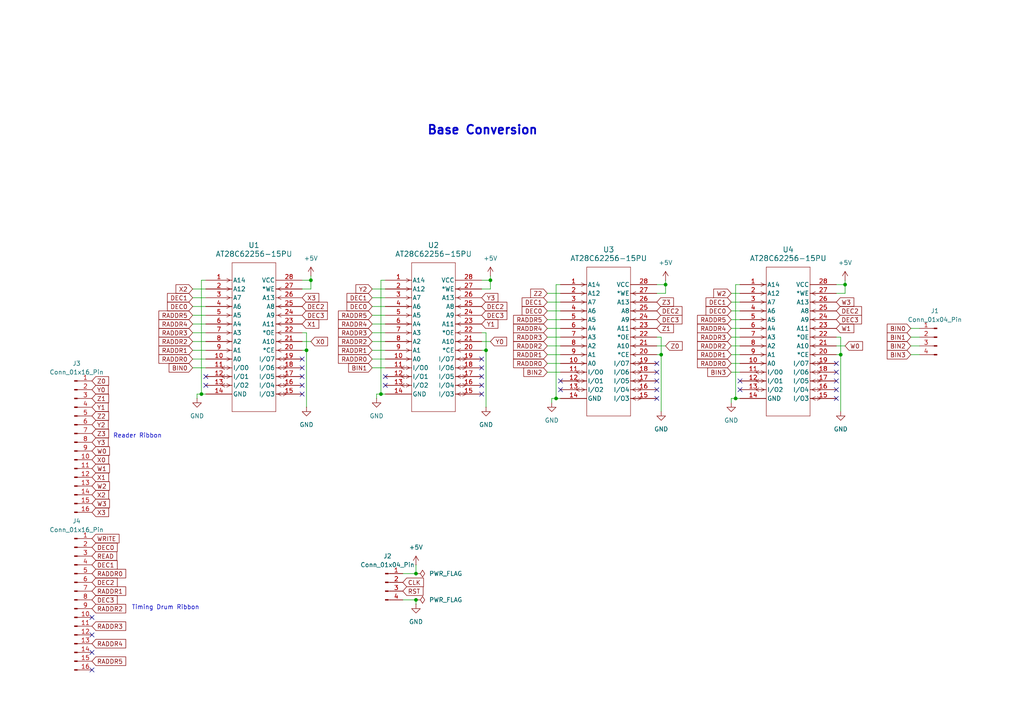
<source format=kicad_sch>
(kicad_sch (version 20231120) (generator "eeschema") (generator_version "8.0")
  (paper "A4")
  (lib_symbols
    (symbol "0_base_conversion:AT28C62256-15PU" (pin_names (offset 0.254))
      (property "Reference" "U" (at 20.32 10.16 0))
      (property "Value" "AT28C62256-15PU" (at 20.32 7.62 0))
      (symbol "AT28C62256-15PU_1_1"
        (polyline (pts (xy 11.8872 -31.0007) (xy 10.8458 -30.48)) (stroke (width 0.127)))
        (polyline (pts (xy 11.8872 -29.9593) (xy 10.8458 -30.48)) (stroke (width 0.127)))
        (polyline (pts (xy 11.8872 -28.4607) (xy 10.8458 -27.94)) (stroke (width 0.127)))
        (polyline (pts (xy 11.8872 -27.4193) (xy 10.8458 -27.94)) (stroke (width 0.127)))
        (polyline (pts (xy 11.8872 -25.9207) (xy 10.8458 -25.4)) (stroke (width 0.127)))
        (polyline (pts (xy 11.8872 -24.8793) (xy 10.8458 -25.4)) (stroke (width 0.127)))
        (polyline (pts (xy 13.4493 -30.48) (xy 12.4079 -31.0007)) (stroke (width 0.127)))
        (polyline (pts (xy 13.4493 -30.48) (xy 12.4079 -29.9593)) (stroke (width 0.127)))
        (polyline (pts (xy 13.4493 -27.94) (xy 12.4079 -28.4607)) (stroke (width 0.127)))
        (polyline (pts (xy 13.4493 -27.94) (xy 12.4079 -27.4193)) (stroke (width 0.127)))
        (polyline (pts (xy 13.4493 -25.4) (xy 12.4079 -25.9207)) (stroke (width 0.127)))
        (polyline (pts (xy 13.4493 -25.4) (xy 12.4079 -24.8793)) (stroke (width 0.127)))
        (polyline (pts (xy 13.4493 -22.86) (xy 12.4079 -23.3807)) (stroke (width 0.127)))
        (polyline (pts (xy 13.4493 -22.86) (xy 12.4079 -22.3393)) (stroke (width 0.127)))
        (polyline (pts (xy 13.4493 -20.32) (xy 12.4079 -20.8407)) (stroke (width 0.127)))
        (polyline (pts (xy 13.4493 -20.32) (xy 12.4079 -19.7993)) (stroke (width 0.127)))
        (polyline (pts (xy 13.4493 -17.78) (xy 12.4079 -18.3007)) (stroke (width 0.127)))
        (polyline (pts (xy 13.4493 -17.78) (xy 12.4079 -17.2593)) (stroke (width 0.127)))
        (polyline (pts (xy 13.4493 -15.24) (xy 12.4079 -15.7607)) (stroke (width 0.127)))
        (polyline (pts (xy 13.4493 -15.24) (xy 12.4079 -14.7193)) (stroke (width 0.127)))
        (polyline (pts (xy 13.4493 -12.7) (xy 12.4079 -13.2207)) (stroke (width 0.127)))
        (polyline (pts (xy 13.4493 -12.7) (xy 12.4079 -12.1793)) (stroke (width 0.127)))
        (polyline (pts (xy 13.4493 -10.16) (xy 12.4079 -10.6807)) (stroke (width 0.127)))
        (polyline (pts (xy 13.4493 -10.16) (xy 12.4079 -9.6393)) (stroke (width 0.127)))
        (polyline (pts (xy 13.4493 -7.62) (xy 12.4079 -8.1407)) (stroke (width 0.127)))
        (polyline (pts (xy 13.4493 -7.62) (xy 12.4079 -7.0993)) (stroke (width 0.127)))
        (polyline (pts (xy 13.4493 -5.08) (xy 12.4079 -5.6007)) (stroke (width 0.127)))
        (polyline (pts (xy 13.4493 -5.08) (xy 12.4079 -4.5593)) (stroke (width 0.127)))
        (polyline (pts (xy 13.4493 -2.54) (xy 12.4079 -3.0607)) (stroke (width 0.127)))
        (polyline (pts (xy 13.4493 -2.54) (xy 12.4079 -2.0193)) (stroke (width 0.127)))
        (polyline (pts (xy 13.462 0) (xy 12.4206 -0.5207)) (stroke (width 0.127)))
        (polyline (pts (xy 13.462 0) (xy 12.4206 0.5207)) (stroke (width 0.127)))
        (polyline (pts (xy 13.97 -38.1) (xy 26.67 -38.1)) (stroke (width 0.127)))
        (polyline (pts (xy 13.97 5.08) (xy 13.97 -38.1)) (stroke (width 0.127)))
        (polyline (pts (xy 26.67 -38.1) (xy 26.67 5.08)) (stroke (width 0.127)))
        (polyline (pts (xy 26.67 5.08) (xy 13.97 5.08)) (stroke (width 0.127)))
        (polyline (pts (xy 27.178 -5.08) (xy 28.2194 -5.6007)) (stroke (width 0.127)))
        (polyline (pts (xy 27.178 -5.08) (xy 28.2194 -4.5593)) (stroke (width 0.127)))
        (polyline (pts (xy 27.1907 -33.02) (xy 28.2321 -33.5407)) (stroke (width 0.127)))
        (polyline (pts (xy 27.1907 -33.02) (xy 28.2321 -32.4993)) (stroke (width 0.127)))
        (polyline (pts (xy 27.1907 -30.48) (xy 28.2321 -31.0007)) (stroke (width 0.127)))
        (polyline (pts (xy 27.1907 -30.48) (xy 28.2321 -29.9593)) (stroke (width 0.127)))
        (polyline (pts (xy 27.1907 -27.94) (xy 28.2321 -28.4607)) (stroke (width 0.127)))
        (polyline (pts (xy 27.1907 -27.94) (xy 28.2321 -27.4193)) (stroke (width 0.127)))
        (polyline (pts (xy 27.1907 -25.4) (xy 28.2321 -25.9207)) (stroke (width 0.127)))
        (polyline (pts (xy 27.1907 -25.4) (xy 28.2321 -24.8793)) (stroke (width 0.127)))
        (polyline (pts (xy 27.1907 -22.86) (xy 28.2321 -23.3807)) (stroke (width 0.127)))
        (polyline (pts (xy 27.1907 -22.86) (xy 28.2321 -22.3393)) (stroke (width 0.127)))
        (polyline (pts (xy 27.1907 -20.32) (xy 28.2321 -20.8407)) (stroke (width 0.127)))
        (polyline (pts (xy 27.1907 -20.32) (xy 28.2321 -19.7993)) (stroke (width 0.127)))
        (polyline (pts (xy 27.1907 -17.78) (xy 28.2321 -18.3007)) (stroke (width 0.127)))
        (polyline (pts (xy 27.1907 -17.78) (xy 28.2321 -17.2593)) (stroke (width 0.127)))
        (polyline (pts (xy 27.1907 -15.24) (xy 28.2321 -15.7607)) (stroke (width 0.127)))
        (polyline (pts (xy 27.1907 -15.24) (xy 28.2321 -14.7193)) (stroke (width 0.127)))
        (polyline (pts (xy 27.1907 -12.7) (xy 28.2321 -13.2207)) (stroke (width 0.127)))
        (polyline (pts (xy 27.1907 -12.7) (xy 28.2321 -12.1793)) (stroke (width 0.127)))
        (polyline (pts (xy 27.1907 -10.16) (xy 28.2321 -10.6807)) (stroke (width 0.127)))
        (polyline (pts (xy 27.1907 -10.16) (xy 28.2321 -9.6393)) (stroke (width 0.127)))
        (polyline (pts (xy 27.1907 -7.62) (xy 28.2321 -8.1407)) (stroke (width 0.127)))
        (polyline (pts (xy 27.1907 -7.62) (xy 28.2321 -7.0993)) (stroke (width 0.127)))
        (polyline (pts (xy 27.1907 -2.54) (xy 28.2321 -3.0607)) (stroke (width 0.127)))
        (polyline (pts (xy 27.1907 -2.54) (xy 28.2321 -2.0193)) (stroke (width 0.127)))
        (polyline (pts (xy 28.7528 -33.5407) (xy 29.7942 -33.02)) (stroke (width 0.127)))
        (polyline (pts (xy 28.7528 -32.4993) (xy 29.7942 -33.02)) (stroke (width 0.127)))
        (polyline (pts (xy 28.7528 -31.0007) (xy 29.7942 -30.48)) (stroke (width 0.127)))
        (polyline (pts (xy 28.7528 -29.9593) (xy 29.7942 -30.48)) (stroke (width 0.127)))
        (polyline (pts (xy 28.7528 -28.4607) (xy 29.7942 -27.94)) (stroke (width 0.127)))
        (polyline (pts (xy 28.7528 -27.4193) (xy 29.7942 -27.94)) (stroke (width 0.127)))
        (polyline (pts (xy 28.7528 -25.9207) (xy 29.7942 -25.4)) (stroke (width 0.127)))
        (polyline (pts (xy 28.7528 -24.8793) (xy 29.7942 -25.4)) (stroke (width 0.127)))
        (polyline (pts (xy 28.7528 -23.3807) (xy 29.7942 -22.86)) (stroke (width 0.127)))
        (polyline (pts (xy 28.7528 -22.3393) (xy 29.7942 -22.86)) (stroke (width 0.127)))
        (pin input line (at 6.35 0 0) (length 7.62) (name "A14") (number "1"))
        (pin input line (at 6.35 -22.86 0) (length 7.62) (name "A0") (number "10"))
        (pin bidirectional line (at 6.35 -25.4 0) (length 7.62) (name "I/O0") (number "11"))
        (pin bidirectional line (at 6.35 -27.94 0) (length 7.62) (name "I/O1") (number "12"))
        (pin bidirectional line (at 6.35 -30.48 0) (length 7.62) (name "I/O2") (number "13"))
        (pin power_in line (at 6.35 -33.02 0) (length 7.62) (name "GND") (number "14"))
        (pin bidirectional line (at 34.29 -33.02 180) (length 7.62) (name "I/O3") (number "15"))
        (pin bidirectional line (at 34.29 -30.48 180) (length 7.62) (name "I/O4") (number "16"))
        (pin bidirectional line (at 34.29 -27.94 180) (length 7.62) (name "I/O5") (number "17"))
        (pin bidirectional line (at 34.29 -25.4 180) (length 7.62) (name "I/O6") (number "18"))
        (pin bidirectional line (at 34.29 -22.86 180) (length 7.62) (name "I/O7") (number "19"))
        (pin input line (at 6.35 -2.54 0) (length 7.62) (name "A12") (number "2"))
        (pin input line (at 34.29 -20.32 180) (length 7.62) (name "*CE") (number "20"))
        (pin input line (at 34.29 -17.78 180) (length 7.62) (name "A10") (number "21"))
        (pin input line (at 34.29 -15.24 180) (length 7.62) (name "*OE") (number "22"))
        (pin input line (at 34.29 -12.7 180) (length 7.62) (name "A11") (number "23"))
        (pin input line (at 34.29 -10.16 180) (length 7.62) (name "A9") (number "24"))
        (pin input line (at 34.29 -7.62 180) (length 7.62) (name "A8") (number "25"))
        (pin input line (at 34.29 -5.08 180) (length 7.62) (name "A13") (number "26"))
        (pin input line (at 34.29 -2.54 180) (length 7.62) (name "*WE") (number "27"))
        (pin power_in line (at 34.29 0 180) (length 7.62) (name "VCC") (number "28"))
        (pin input line (at 6.35 -5.08 0) (length 7.62) (name "A7") (number "3"))
        (pin input line (at 6.35 -7.62 0) (length 7.62) (name "A6") (number "4"))
        (pin input line (at 6.35 -10.16 0) (length 7.62) (name "A5") (number "5"))
        (pin input line (at 6.35 -12.7 0) (length 7.62) (name "A4") (number "6"))
        (pin input line (at 6.35 -15.24 0) (length 7.62) (name "A3") (number "7"))
        (pin input line (at 6.35 -17.78 0) (length 7.62) (name "A2") (number "8"))
        (pin input line (at 6.35 -20.32 0) (length 7.62) (name "A1") (number "9"))
      )
    )
    (symbol "Connector:Conn_01x04_Pin" (pin_names (offset 1.016) hide)
      (property "Reference" "J" (at 0 5.08 0))
      (property "Value" "Conn_01x04_Pin" (at 0 -7.62 0))
      (symbol "Conn_01x04_Pin_1_1"
        (polyline (pts (xy 1.27 -5.08) (xy 0.8636 -5.08)) (stroke (width 0.1524)))
        (polyline (pts (xy 1.27 -2.54) (xy 0.8636 -2.54)) (stroke (width 0.1524)))
        (polyline (pts (xy 1.27 0) (xy 0.8636 0)) (stroke (width 0.1524)))
        (polyline (pts (xy 1.27 2.54) (xy 0.8636 2.54)) (stroke (width 0.1524)))
        (rectangle (start 0.8636 -4.953) (end 0 -5.207) (stroke (width 0.1524)) (fill (type outline)))
        (rectangle (start 0.8636 -2.413) (end 0 -2.667) (stroke (width 0.1524)) (fill (type outline)))
        (rectangle (start 0.8636 0.127) (end 0 -0.127) (stroke (width 0.1524)) (fill (type outline)))
        (rectangle (start 0.8636 2.667) (end 0 2.413) (stroke (width 0.1524)) (fill (type outline)))
        (pin passive line (at 5.08 2.54 180) (length 3.81) (name "Pin_1") (number "1"))
        (pin passive line (at 5.08 0 180) (length 3.81) (name "Pin_2") (number "2"))
        (pin passive line (at 5.08 -2.54 180) (length 3.81) (name "Pin_3") (number "3"))
        (pin passive line (at 5.08 -5.08 180) (length 3.81) (name "Pin_4") (number "4"))
      )
    )
    (symbol "Connector:Conn_01x16_Pin" (pin_names (offset 1.016) hide)
      (property "Reference" "J" (at 0 20.32 0))
      (property "Value" "Conn_01x16_Pin" (at 0 -22.86 0))
      (symbol "Conn_01x16_Pin_1_1"
        (polyline (pts (xy 1.27 -20.32) (xy 0.8636 -20.32)) (stroke (width 0.1524)))
        (polyline (pts (xy 1.27 -17.78) (xy 0.8636 -17.78)) (stroke (width 0.1524)))
        (polyline (pts (xy 1.27 -15.24) (xy 0.8636 -15.24)) (stroke (width 0.1524)))
        (polyline (pts (xy 1.27 -12.7) (xy 0.8636 -12.7)) (stroke (width 0.1524)))
        (polyline (pts (xy 1.27 -10.16) (xy 0.8636 -10.16)) (stroke (width 0.1524)))
        (polyline (pts (xy 1.27 -7.62) (xy 0.8636 -7.62)) (stroke (width 0.1524)))
        (polyline (pts (xy 1.27 -5.08) (xy 0.8636 -5.08)) (stroke (width 0.1524)))
        (polyline (pts (xy 1.27 -2.54) (xy 0.8636 -2.54)) (stroke (width 0.1524)))
        (polyline (pts (xy 1.27 0) (xy 0.8636 0)) (stroke (width 0.1524)))
        (polyline (pts (xy 1.27 2.54) (xy 0.8636 2.54)) (stroke (width 0.1524)))
        (polyline (pts (xy 1.27 5.08) (xy 0.8636 5.08)) (stroke (width 0.1524)))
        (polyline (pts (xy 1.27 7.62) (xy 0.8636 7.62)) (stroke (width 0.1524)))
        (polyline (pts (xy 1.27 10.16) (xy 0.8636 10.16)) (stroke (width 0.1524)))
        (polyline (pts (xy 1.27 12.7) (xy 0.8636 12.7)) (stroke (width 0.1524)))
        (polyline (pts (xy 1.27 15.24) (xy 0.8636 15.24)) (stroke (width 0.1524)))
        (polyline (pts (xy 1.27 17.78) (xy 0.8636 17.78)) (stroke (width 0.1524)))
        (rectangle (start 0.8636 -20.193) (end 0 -20.447) (stroke (width 0.1524)) (fill (type outline)))
        (rectangle (start 0.8636 -17.653) (end 0 -17.907) (stroke (width 0.1524)) (fill (type outline)))
        (rectangle (start 0.8636 -15.113) (end 0 -15.367) (stroke (width 0.1524)) (fill (type outline)))
        (rectangle (start 0.8636 -12.573) (end 0 -12.827) (stroke (width 0.1524)) (fill (type outline)))
        (rectangle (start 0.8636 -10.033) (end 0 -10.287) (stroke (width 0.1524)) (fill (type outline)))
        (rectangle (start 0.8636 -7.493) (end 0 -7.747) (stroke (width 0.1524)) (fill (type outline)))
        (rectangle (start 0.8636 -4.953) (end 0 -5.207) (stroke (width 0.1524)) (fill (type outline)))
        (rectangle (start 0.8636 -2.413) (end 0 -2.667) (stroke (width 0.1524)) (fill (type outline)))
        (rectangle (start 0.8636 0.127) (end 0 -0.127) (stroke (width 0.1524)) (fill (type outline)))
        (rectangle (start 0.8636 2.667) (end 0 2.413) (stroke (width 0.1524)) (fill (type outline)))
        (rectangle (start 0.8636 5.207) (end 0 4.953) (stroke (width 0.1524)) (fill (type outline)))
        (rectangle (start 0.8636 7.747) (end 0 7.493) (stroke (width 0.1524)) (fill (type outline)))
        (rectangle (start 0.8636 10.287) (end 0 10.033) (stroke (width 0.1524)) (fill (type outline)))
        (rectangle (start 0.8636 12.827) (end 0 12.573) (stroke (width 0.1524)) (fill (type outline)))
        (rectangle (start 0.8636 15.367) (end 0 15.113) (stroke (width 0.1524)) (fill (type outline)))
        (rectangle (start 0.8636 17.907) (end 0 17.653) (stroke (width 0.1524)) (fill (type outline)))
        (pin passive line (at 5.08 17.78 180) (length 3.81) (name "Pin_1") (number "1"))
        (pin passive line (at 5.08 -5.08 180) (length 3.81) (name "Pin_10") (number "10"))
        (pin passive line (at 5.08 -7.62 180) (length 3.81) (name "Pin_11") (number "11"))
        (pin passive line (at 5.08 -10.16 180) (length 3.81) (name "Pin_12") (number "12"))
        (pin passive line (at 5.08 -12.7 180) (length 3.81) (name "Pin_13") (number "13"))
        (pin passive line (at 5.08 -15.24 180) (length 3.81) (name "Pin_14") (number "14"))
        (pin passive line (at 5.08 -17.78 180) (length 3.81) (name "Pin_15") (number "15"))
        (pin passive line (at 5.08 -20.32 180) (length 3.81) (name "Pin_16") (number "16"))
        (pin passive line (at 5.08 15.24 180) (length 3.81) (name "Pin_2") (number "2"))
        (pin passive line (at 5.08 12.7 180) (length 3.81) (name "Pin_3") (number "3"))
        (pin passive line (at 5.08 10.16 180) (length 3.81) (name "Pin_4") (number "4"))
        (pin passive line (at 5.08 7.62 180) (length 3.81) (name "Pin_5") (number "5"))
        (pin passive line (at 5.08 5.08 180) (length 3.81) (name "Pin_6") (number "6"))
        (pin passive line (at 5.08 2.54 180) (length 3.81) (name "Pin_7") (number "7"))
        (pin passive line (at 5.08 0 180) (length 3.81) (name "Pin_8") (number "8"))
        (pin passive line (at 5.08 -2.54 180) (length 3.81) (name "Pin_9") (number "9"))
      )
    )
    (symbol "power:+5V" (power) (pin_numbers hide) (pin_names (offset 0) hide)
      (property "Value" "+5V" (at 0 3.556 0))
      (symbol "+5V_0_1"
        (polyline (pts (xy -0.762 1.27) (xy 0 2.54)))
        (polyline (pts (xy 0 0) (xy 0 2.54)))
        (polyline (pts (xy 0 2.54) (xy 0.762 1.27)))
      )
      (symbol "+5V_1_1"
        (pin power_in line (at 0 0 90) (length 0) (name "~") (number "1"))
      )
    )
    (symbol "power:GND" (power) (pin_numbers hide) (pin_names (offset 0) hide)
      (property "Value" "GND" (at 0 -3.81 0))
      (symbol "GND_0_1"
        (polyline (pts (xy 0 0) (xy 0 -1.27) (xy 1.27 -1.27) (xy 0 -2.54) (xy -1.27 -1.27) (xy 0 -1.27)))
      )
      (symbol "GND_1_1"
        (pin power_in line (at 0 0 270) (length 0) (name "~") (number "1"))
      )
    )
    (symbol "power:PWR_FLAG" (power) (pin_numbers hide) (pin_names (offset 0) hide)
      (property "Value" "PWR_FLAG" (at 0 3.81 0))
      (symbol "PWR_FLAG_0_0"
        (pin power_out line (at 0 0 90) (length 0) (name "~") (number "1"))
      )
      (symbol "PWR_FLAG_0_1"
        (polyline (pts (xy 0 0) (xy 0 1.27) (xy -1.016 1.905) (xy 0 2.54) (xy 1.016 1.905) (xy 0 1.27)))
      )
    )
  )
  (junction (at 161.29 115.57))
  (junction (at 191.77 102.87))
  (junction (at 58.42 114.3))
  (junction (at 213.36 115.57))
  (junction (at 142.24 81.28))
  (junction (at 120.65 173.99))
  (junction (at 88.9 101.6))
  (junction (at 193.04 82.55))
  (junction (at 245.11 82.55))
  (junction (at 140.97 101.6))
  (junction (at 110.49 114.3))
  (junction (at 120.65 166.37))
  (junction (at 243.84 102.87))
  (junction (at 90.17 81.28))
  (no_connect (at 26.67 184.15))
  (no_connect (at 26.67 194.31))
  (no_connect (at 242.57 113.03))
  (no_connect (at 59.69 109.22))
  (no_connect (at 242.57 110.49))
  (no_connect (at 190.5 105.41))
  (no_connect (at 162.56 113.03))
  (no_connect (at 139.7 106.68))
  (no_connect (at 26.67 189.23))
  (no_connect (at 139.7 104.14))
  (no_connect (at 87.63 106.68))
  (no_connect (at 87.63 109.22))
  (no_connect (at 139.7 109.22))
  (no_connect (at 214.63 113.03))
  (no_connect (at 87.63 104.14))
  (no_connect (at 111.76 111.76))
  (no_connect (at 190.5 110.49))
  (no_connect (at 26.67 179.07))
  (no_connect (at 242.57 115.57))
  (no_connect (at 59.69 111.76))
  (no_connect (at 87.63 114.3))
  (no_connect (at 214.63 110.49))
  (no_connect (at 190.5 113.03))
  (no_connect (at 111.76 109.22))
  (no_connect (at 242.57 105.41))
  (no_connect (at 190.5 107.95))
  (no_connect (at 162.56 110.49))
  (no_connect (at 242.57 107.95))
  (no_connect (at 139.7 111.76))
  (no_connect (at 139.7 114.3))
  (no_connect (at 87.63 111.76))
  (no_connect (at 190.5 115.57))
  (wire (pts (xy 158.75 90.17) (xy 162.56 90.17)))
  (wire (pts (xy 90.17 83.82) (xy 90.17 81.28)))
  (wire (pts (xy 107.95 104.14) (xy 111.76 104.14)))
  (wire (pts (xy 212.09 95.25) (xy 214.63 95.25)))
  (wire (pts (xy 55.88 93.98) (xy 59.69 93.98)))
  (wire (pts (xy 55.88 91.44) (xy 59.69 91.44)))
  (wire (pts (xy 190.5 85.09) (xy 193.04 85.09)))
  (wire (pts (xy 242.57 82.55) (xy 245.11 82.55)))
  (wire (pts (xy 245.11 82.55) (xy 245.11 81.28)))
  (wire (pts (xy 213.36 82.55) (xy 213.36 115.57)))
  (wire (pts (xy 140.97 96.52) (xy 140.97 101.6)))
  (wire (pts (xy 212.09 87.63) (xy 214.63 87.63)))
  (wire (pts (xy 109.22 114.3) (xy 109.22 115.57)))
  (wire (pts (xy 213.36 115.57) (xy 212.09 115.57)))
  (wire (pts (xy 57.15 114.3) (xy 57.15 115.57)))
  (wire (pts (xy 107.95 86.36) (xy 111.76 86.36)))
  (wire (pts (xy 55.88 104.14) (xy 59.69 104.14)))
  (wire (pts (xy 87.63 96.52) (xy 88.9 96.52)))
  (wire (pts (xy 242.57 85.09) (xy 245.11 85.09)))
  (wire (pts (xy 212.09 115.57) (xy 212.09 116.84)))
  (wire (pts (xy 243.84 97.79) (xy 243.84 102.87)))
  (wire (pts (xy 107.95 88.9) (xy 111.76 88.9)))
  (wire (pts (xy 212.09 102.87) (xy 214.63 102.87)))
  (wire (pts (xy 190.5 82.55) (xy 193.04 82.55)))
  (wire (pts (xy 142.24 99.06) (xy 139.7 99.06)))
  (wire (pts (xy 243.84 102.87) (xy 242.57 102.87)))
  (wire (pts (xy 162.56 82.55) (xy 161.29 82.55)))
  (wire (pts (xy 158.75 102.87) (xy 162.56 102.87)))
  (wire (pts (xy 90.17 99.06) (xy 87.63 99.06)))
  (wire (pts (xy 242.57 97.79) (xy 243.84 97.79)))
  (wire (pts (xy 107.95 101.6) (xy 111.76 101.6)))
  (wire (pts (xy 214.63 115.57) (xy 213.36 115.57)))
  (wire (pts (xy 245.11 85.09) (xy 245.11 82.55)))
  (wire (pts (xy 266.7 102.87) (xy 264.16 102.87)))
  (wire (pts (xy 142.24 83.82) (xy 142.24 81.28)))
  (wire (pts (xy 158.75 100.33) (xy 162.56 100.33)))
  (wire (pts (xy 59.69 114.3) (xy 58.42 114.3)))
  (wire (pts (xy 111.76 81.28) (xy 110.49 81.28)))
  (wire (pts (xy 120.65 175.26) (xy 120.65 173.99)))
  (wire (pts (xy 162.56 115.57) (xy 161.29 115.57)))
  (wire (pts (xy 212.09 90.17) (xy 214.63 90.17)))
  (wire (pts (xy 158.75 95.25) (xy 162.56 95.25)))
  (wire (pts (xy 139.7 96.52) (xy 140.97 96.52)))
  (wire (pts (xy 90.17 81.28) (xy 90.17 80.01)))
  (wire (pts (xy 161.29 115.57) (xy 160.02 115.57)))
  (wire (pts (xy 212.09 97.79) (xy 214.63 97.79)))
  (wire (pts (xy 111.76 114.3) (xy 110.49 114.3)))
  (wire (pts (xy 107.95 99.06) (xy 111.76 99.06)))
  (wire (pts (xy 191.77 97.79) (xy 191.77 102.87)))
  (wire (pts (xy 193.04 100.33) (xy 190.5 100.33)))
  (wire (pts (xy 55.88 86.36) (xy 59.69 86.36)))
  (wire (pts (xy 107.95 91.44) (xy 111.76 91.44)))
  (wire (pts (xy 212.09 85.09) (xy 214.63 85.09)))
  (wire (pts (xy 55.88 88.9) (xy 59.69 88.9)))
  (wire (pts (xy 87.63 81.28) (xy 90.17 81.28)))
  (wire (pts (xy 107.95 106.68) (xy 111.76 106.68)))
  (wire (pts (xy 142.24 81.28) (xy 142.24 80.01)))
  (wire (pts (xy 212.09 107.95) (xy 214.63 107.95)))
  (wire (pts (xy 214.63 82.55) (xy 213.36 82.55)))
  (wire (pts (xy 158.75 107.95) (xy 162.56 107.95)))
  (wire (pts (xy 140.97 101.6) (xy 139.7 101.6)))
  (wire (pts (xy 116.84 166.37) (xy 120.65 166.37)))
  (wire (pts (xy 110.49 81.28) (xy 110.49 114.3)))
  (wire (pts (xy 266.7 95.25) (xy 264.16 95.25)))
  (wire (pts (xy 266.7 97.79) (xy 264.16 97.79)))
  (wire (pts (xy 190.5 97.79) (xy 191.77 97.79)))
  (wire (pts (xy 116.84 173.99) (xy 120.65 173.99)))
  (wire (pts (xy 212.09 92.71) (xy 214.63 92.71)))
  (wire (pts (xy 88.9 101.6) (xy 87.63 101.6)))
  (wire (pts (xy 87.63 83.82) (xy 90.17 83.82)))
  (wire (pts (xy 55.88 96.52) (xy 59.69 96.52)))
  (wire (pts (xy 243.84 102.87) (xy 243.84 119.38)))
  (wire (pts (xy 107.95 93.98) (xy 111.76 93.98)))
  (wire (pts (xy 55.88 106.68) (xy 59.69 106.68)))
  (wire (pts (xy 191.77 102.87) (xy 191.77 119.38)))
  (wire (pts (xy 88.9 96.52) (xy 88.9 101.6)))
  (wire (pts (xy 55.88 101.6) (xy 59.69 101.6)))
  (wire (pts (xy 110.49 114.3) (xy 109.22 114.3)))
  (wire (pts (xy 212.09 105.41) (xy 214.63 105.41)))
  (wire (pts (xy 191.77 102.87) (xy 190.5 102.87)))
  (wire (pts (xy 266.7 100.33) (xy 264.16 100.33)))
  (wire (pts (xy 139.7 83.82) (xy 142.24 83.82)))
  (wire (pts (xy 58.42 81.28) (xy 58.42 114.3)))
  (wire (pts (xy 88.9 101.6) (xy 88.9 118.11)))
  (wire (pts (xy 158.75 92.71) (xy 162.56 92.71)))
  (wire (pts (xy 107.95 96.52) (xy 111.76 96.52)))
  (wire (pts (xy 160.02 115.57) (xy 160.02 116.84)))
  (wire (pts (xy 158.75 85.09) (xy 162.56 85.09)))
  (wire (pts (xy 193.04 82.55) (xy 193.04 81.28)))
  (wire (pts (xy 59.69 81.28) (xy 58.42 81.28)))
  (wire (pts (xy 161.29 82.55) (xy 161.29 115.57)))
  (wire (pts (xy 245.11 100.33) (xy 242.57 100.33)))
  (wire (pts (xy 55.88 99.06) (xy 59.69 99.06)))
  (wire (pts (xy 212.09 100.33) (xy 214.63 100.33)))
  (wire (pts (xy 139.7 81.28) (xy 142.24 81.28)))
  (wire (pts (xy 140.97 101.6) (xy 140.97 118.11)))
  (wire (pts (xy 58.42 114.3) (xy 57.15 114.3)))
  (wire (pts (xy 120.65 163.83) (xy 120.65 166.37)))
  (wire (pts (xy 55.88 83.82) (xy 59.69 83.82)))
  (wire (pts (xy 158.75 97.79) (xy 162.56 97.79)))
  (wire (pts (xy 158.75 105.41) (xy 162.56 105.41)))
  (wire (pts (xy 107.95 83.82) (xy 111.76 83.82)))
  (wire (pts (xy 158.75 87.63) (xy 162.56 87.63)))
  (wire (pts (xy 193.04 85.09) (xy 193.04 82.55)))
  (text "Reader Ribbon" (at 39.878 126.492 0) (effects (font (size 1.27 1.27))))
  (text "Timing Drum Ribbon" (at 48.006 176.276 0) (effects (font (size 1.27 1.27))))
  (text "Base Conversion" (at 139.954 37.846 0) (effects (font (size 2.54 2.54) (thickness 0.508) (bold yes))))
  (global_label "RADDR1" (shape input) (at 158.75 102.87 180) (property "Intersheetrefs" "${INTERSHEET_REFS}" (effects (hide yes))))
  (global_label "WRITE" (shape input) (at 26.67 156.21 0) (property "Intersheetrefs" "${INTERSHEET_REFS}" (effects (hide yes))))
  (global_label "BIN0" (shape input) (at 264.16 95.25 180) (property "Intersheetrefs" "${INTERSHEET_REFS}" (effects (hide yes))))
  (global_label "DEC0" (shape input) (at 158.75 90.17 180) (property "Intersheetrefs" "${INTERSHEET_REFS}" (effects (hide yes))))
  (global_label "Z2" (shape input) (at 26.67 120.65 0) (property "Intersheetrefs" "${INTERSHEET_REFS}" (effects (hide yes))))
  (global_label "X2" (shape input) (at 26.67 143.51 0) (property "Intersheetrefs" "${INTERSHEET_REFS}" (effects (hide yes))))
  (global_label "DEC0" (shape input) (at 107.95 88.9 180) (property "Intersheetrefs" "${INTERSHEET_REFS}" (effects (hide yes))))
  (global_label "RADDR4" (shape input) (at 212.09 95.25 180) (property "Intersheetrefs" "${INTERSHEET_REFS}" (effects (hide yes))))
  (global_label "DEC1" (shape input) (at 26.67 163.83 0) (property "Intersheetrefs" "${INTERSHEET_REFS}" (effects (hide yes))))
  (global_label "X0" (shape input) (at 90.17 99.06 0) (property "Intersheetrefs" "${INTERSHEET_REFS}" (effects (hide yes))))
  (global_label "Y2" (shape input) (at 26.67 123.19 0) (property "Intersheetrefs" "${INTERSHEET_REFS}" (effects (hide yes))))
  (global_label "Y0" (shape input) (at 142.24 99.06 0) (property "Intersheetrefs" "${INTERSHEET_REFS}" (effects (hide yes))))
  (global_label "RADDR2" (shape input) (at 212.09 100.33 180) (property "Intersheetrefs" "${INTERSHEET_REFS}" (effects (hide yes))))
  (global_label "Y0" (shape input) (at 26.67 113.03 0) (property "Intersheetrefs" "${INTERSHEET_REFS}" (effects (hide yes))))
  (global_label "BIN1" (shape input) (at 264.16 97.79 180) (property "Intersheetrefs" "${INTERSHEET_REFS}" (effects (hide yes))))
  (global_label "RST" (shape input) (at 116.84 171.45 0) (property "Intersheetrefs" "${INTERSHEET_REFS}" (effects (hide yes))))
  (global_label "DEC3" (shape input) (at 87.63 91.44 0) (property "Intersheetrefs" "${INTERSHEET_REFS}" (effects (hide yes))))
  (global_label "RADDR0" (shape input) (at 107.95 104.14 180) (property "Intersheetrefs" "${INTERSHEET_REFS}" (effects (hide yes))))
  (global_label "DEC3" (shape input) (at 139.7 91.44 0) (property "Intersheetrefs" "${INTERSHEET_REFS}" (effects (hide yes))))
  (global_label "DEC3" (shape input) (at 26.67 173.99 0) (property "Intersheetrefs" "${INTERSHEET_REFS}" (effects (hide yes))))
  (global_label "W2" (shape input) (at 26.67 140.97 0) (property "Intersheetrefs" "${INTERSHEET_REFS}" (effects (hide yes))))
  (global_label "DEC2" (shape input) (at 242.57 90.17 0) (property "Intersheetrefs" "${INTERSHEET_REFS}" (effects (hide yes))))
  (global_label "DEC1" (shape input) (at 107.95 86.36 180) (property "Intersheetrefs" "${INTERSHEET_REFS}" (effects (hide yes))))
  (global_label "DEC1" (shape input) (at 212.09 87.63 180) (property "Intersheetrefs" "${INTERSHEET_REFS}" (effects (hide yes))))
  (global_label "Y1" (shape input) (at 26.67 118.11 0) (property "Intersheetrefs" "${INTERSHEET_REFS}" (effects (hide yes))))
  (global_label "Y3" (shape input) (at 139.7 86.36 0) (property "Intersheetrefs" "${INTERSHEET_REFS}" (effects (hide yes))))
  (global_label "X2" (shape input) (at 55.88 83.82 180) (property "Intersheetrefs" "${INTERSHEET_REFS}" (effects (hide yes))))
  (global_label "Z2" (shape input) (at 158.75 85.09 180) (property "Intersheetrefs" "${INTERSHEET_REFS}" (effects (hide yes))))
  (global_label "RADDR4" (shape input) (at 26.67 186.69 0) (property "Intersheetrefs" "${INTERSHEET_REFS}" (effects (hide yes))))
  (global_label "RADDR4" (shape input) (at 55.88 93.98 180) (property "Intersheetrefs" "${INTERSHEET_REFS}" (effects (hide yes))))
  (global_label "W2" (shape input) (at 212.09 85.09 180) (property "Intersheetrefs" "${INTERSHEET_REFS}" (effects (hide yes))))
  (global_label "RADDR1" (shape input) (at 55.88 101.6 180) (property "Intersheetrefs" "${INTERSHEET_REFS}" (effects (hide yes))))
  (global_label "DEC2" (shape input) (at 139.7 88.9 0) (property "Intersheetrefs" "${INTERSHEET_REFS}" (effects (hide yes))))
  (global_label "W1" (shape input) (at 26.67 135.89 0) (property "Intersheetrefs" "${INTERSHEET_REFS}" (effects (hide yes))))
  (global_label "RADDR2" (shape input) (at 26.67 176.53 0) (property "Intersheetrefs" "${INTERSHEET_REFS}" (effects (hide yes))))
  (global_label "X1" (shape input) (at 87.63 93.98 0) (property "Intersheetrefs" "${INTERSHEET_REFS}" (effects (hide yes))))
  (global_label "BIN1" (shape input) (at 107.95 106.68 180) (property "Intersheetrefs" "${INTERSHEET_REFS}" (effects (hide yes))))
  (global_label "BIN3" (shape input) (at 212.09 107.95 180) (property "Intersheetrefs" "${INTERSHEET_REFS}" (effects (hide yes))))
  (global_label "W0" (shape input) (at 26.67 130.81 0) (property "Intersheetrefs" "${INTERSHEET_REFS}" (effects (hide yes))))
  (global_label "RADDR0" (shape input) (at 158.75 105.41 180) (property "Intersheetrefs" "${INTERSHEET_REFS}" (effects (hide yes))))
  (global_label "RADDR5" (shape input) (at 107.95 91.44 180) (property "Intersheetrefs" "${INTERSHEET_REFS}" (effects (hide yes))))
  (global_label "RADDR3" (shape input) (at 55.88 96.52 180) (property "Intersheetrefs" "${INTERSHEET_REFS}" (effects (hide yes))))
  (global_label "CLK" (shape input) (at 116.84 168.91 0) (property "Intersheetrefs" "${INTERSHEET_REFS}" (effects (hide yes))))
  (global_label "DEC1" (shape input) (at 55.88 86.36 180) (property "Intersheetrefs" "${INTERSHEET_REFS}" (effects (hide yes))))
  (global_label "RADDR0" (shape input) (at 212.09 105.41 180) (property "Intersheetrefs" "${INTERSHEET_REFS}" (effects (hide yes))))
  (global_label "RADDR3" (shape input) (at 107.95 96.52 180) (property "Intersheetrefs" "${INTERSHEET_REFS}" (effects (hide yes))))
  (global_label "Y1" (shape input) (at 139.7 93.98 0) (property "Intersheetrefs" "${INTERSHEET_REFS}" (effects (hide yes))))
  (global_label "W3" (shape input) (at 26.67 146.05 0) (property "Intersheetrefs" "${INTERSHEET_REFS}" (effects (hide yes))))
  (global_label "RADDR2" (shape input) (at 158.75 100.33 180) (property "Intersheetrefs" "${INTERSHEET_REFS}" (effects (hide yes))))
  (global_label "RADDR0" (shape input) (at 55.88 104.14 180) (property "Intersheetrefs" "${INTERSHEET_REFS}" (effects (hide yes))))
  (global_label "Z0" (shape input) (at 26.67 110.49 0) (property "Intersheetrefs" "${INTERSHEET_REFS}" (effects (hide yes))))
  (global_label "X0" (shape input) (at 26.67 133.35 0) (property "Intersheetrefs" "${INTERSHEET_REFS}" (effects (hide yes))))
  (global_label "DEC2" (shape input) (at 87.63 88.9 0) (property "Intersheetrefs" "${INTERSHEET_REFS}" (effects (hide yes))))
  (global_label "Y3" (shape input) (at 26.67 128.27 0) (property "Intersheetrefs" "${INTERSHEET_REFS}" (effects (hide yes))))
  (global_label "W1" (shape input) (at 242.57 95.25 0) (property "Intersheetrefs" "${INTERSHEET_REFS}" (effects (hide yes))))
  (global_label "RADDR4" (shape input) (at 158.75 95.25 180) (property "Intersheetrefs" "${INTERSHEET_REFS}" (effects (hide yes))))
  (global_label "DEC0" (shape input) (at 212.09 90.17 180) (property "Intersheetrefs" "${INTERSHEET_REFS}" (effects (hide yes))))
  (global_label "DEC3" (shape input) (at 242.57 92.71 0) (property "Intersheetrefs" "${INTERSHEET_REFS}" (effects (hide yes))))
  (global_label "RADDR2" (shape input) (at 107.95 99.06 180) (property "Intersheetrefs" "${INTERSHEET_REFS}" (effects (hide yes))))
  (global_label "DEC1" (shape input) (at 158.75 87.63 180) (property "Intersheetrefs" "${INTERSHEET_REFS}" (effects (hide yes))))
  (global_label "BIN2" (shape input) (at 158.75 107.95 180) (property "Intersheetrefs" "${INTERSHEET_REFS}" (effects (hide yes))))
  (global_label "RADDR5" (shape input) (at 26.67 191.77 0) (property "Intersheetrefs" "${INTERSHEET_REFS}" (effects (hide yes))))
  (global_label "Z3" (shape input) (at 26.67 125.73 0) (property "Intersheetrefs" "${INTERSHEET_REFS}" (effects (hide yes))))
  (global_label "Z1" (shape input) (at 190.5 95.25 0) (property "Intersheetrefs" "${INTERSHEET_REFS}" (effects (hide yes))))
  (global_label "RADDR3" (shape input) (at 212.09 97.79 180) (property "Intersheetrefs" "${INTERSHEET_REFS}" (effects (hide yes))))
  (global_label "DEC0" (shape input) (at 26.67 158.75 0) (property "Intersheetrefs" "${INTERSHEET_REFS}" (effects (hide yes))))
  (global_label "RADDR5" (shape input) (at 158.75 92.71 180) (property "Intersheetrefs" "${INTERSHEET_REFS}" (effects (hide yes))))
  (global_label "RADDR5" (shape input) (at 212.09 92.71 180) (property "Intersheetrefs" "${INTERSHEET_REFS}" (effects (hide yes))))
  (global_label "READ" (shape input) (at 26.67 161.29 0) (property "Intersheetrefs" "${INTERSHEET_REFS}" (effects (hide yes))))
  (global_label "Z3" (shape input) (at 190.5 87.63 0) (property "Intersheetrefs" "${INTERSHEET_REFS}" (effects (hide yes))))
  (global_label "DEC2" (shape input) (at 190.5 90.17 0) (property "Intersheetrefs" "${INTERSHEET_REFS}" (effects (hide yes))))
  (global_label "W3" (shape input) (at 242.57 87.63 0) (property "Intersheetrefs" "${INTERSHEET_REFS}" (effects (hide yes))))
  (global_label "X1" (shape input) (at 26.67 138.43 0) (property "Intersheetrefs" "${INTERSHEET_REFS}" (effects (hide yes))))
  (global_label "RADDR1" (shape input) (at 107.95 101.6 180) (property "Intersheetrefs" "${INTERSHEET_REFS}" (effects (hide yes))))
  (global_label "Y2" (shape input) (at 107.95 83.82 180) (property "Intersheetrefs" "${INTERSHEET_REFS}" (effects (hide yes))))
  (global_label "RADDR2" (shape input) (at 55.88 99.06 180) (property "Intersheetrefs" "${INTERSHEET_REFS}" (effects (hide yes))))
  (global_label "BIN2" (shape input) (at 264.16 100.33 180) (property "Intersheetrefs" "${INTERSHEET_REFS}" (effects (hide yes))))
  (global_label "RADDR1" (shape input) (at 26.67 171.45 0) (property "Intersheetrefs" "${INTERSHEET_REFS}" (effects (hide yes))))
  (global_label "RADDR0" (shape input) (at 26.67 166.37 0) (property "Intersheetrefs" "${INTERSHEET_REFS}" (effects (hide yes))))
  (global_label "X3" (shape input) (at 87.63 86.36 0) (property "Intersheetrefs" "${INTERSHEET_REFS}" (effects (hide yes))))
  (global_label "RADDR5" (shape input) (at 55.88 91.44 180) (property "Intersheetrefs" "${INTERSHEET_REFS}" (effects (hide yes))))
  (global_label "DEC0" (shape input) (at 55.88 88.9 180) (property "Intersheetrefs" "${INTERSHEET_REFS}" (effects (hide yes))))
  (global_label "X3" (shape input) (at 26.67 148.59 0) (property "Intersheetrefs" "${INTERSHEET_REFS}" (effects (hide yes))))
  (global_label "BIN0" (shape input) (at 55.88 106.68 180) (property "Intersheetrefs" "${INTERSHEET_REFS}" (effects (hide yes))))
  (global_label "RADDR3" (shape input) (at 158.75 97.79 180) (property "Intersheetrefs" "${INTERSHEET_REFS}" (effects (hide yes))))
  (global_label "BIN3" (shape input) (at 264.16 102.87 180) (property "Intersheetrefs" "${INTERSHEET_REFS}" (effects (hide yes))))
  (global_label "W0" (shape input) (at 245.11 100.33 0) (property "Intersheetrefs" "${INTERSHEET_REFS}" (effects (hide yes))))
  (global_label "DEC3" (shape input) (at 190.5 92.71 0) (property "Intersheetrefs" "${INTERSHEET_REFS}" (effects (hide yes))))
  (global_label "RADDR3" (shape input) (at 26.67 181.61 0) (property "Intersheetrefs" "${INTERSHEET_REFS}" (effects (hide yes))))
  (global_label "RADDR1" (shape input) (at 212.09 102.87 180) (property "Intersheetrefs" "${INTERSHEET_REFS}" (effects (hide yes))))
  (global_label "RADDR4" (shape input) (at 107.95 93.98 180) (property "Intersheetrefs" "${INTERSHEET_REFS}" (effects (hide yes))))
  (global_label "DEC2" (shape input) (at 26.67 168.91 0) (property "Intersheetrefs" "${INTERSHEET_REFS}" (effects (hide yes))))
  (global_label "Z0" (shape input) (at 193.04 100.33 0) (property "Intersheetrefs" "${INTERSHEET_REFS}" (effects (hide yes))))
  (global_label "Z1" (shape input) (at 26.67 115.57 0) (property "Intersheetrefs" "${INTERSHEET_REFS}" (effects (hide yes))))
  (symbol (lib_id "Connector:Conn_01x16_Pin") (at 21.59 173.99 0) (unit 1)
    (property "Reference" "J4" (at 22.225 151.13 0))
    (property "Value" "Conn_01x16_Pin" (at 22.225 153.67 0))
    (property "Description" "Generic connector, single row, 01x16, script generated" (effects (hide yes)))
  )
  (symbol (lib_id "power:GND") (at 212.09 116.84 0) (unit 1)
    (property "Reference" "#PWR010" (effects (hide yes)))
    (property "Value" "GND" (at 212.09 121.92 0))
    (property "Description" "Power symbol creates a global label with name \"GND\" , ground" (effects (hide yes)))
  )
  (symbol (lib_id "power:GND") (at 243.84 119.38 0) (mirror y) (unit 1)
    (property "Reference" "#PWR011" (effects (hide yes)))
    (property "Value" "GND" (at 243.84 124.46 0))
    (property "Description" "Power symbol creates a global label with name \"GND\" , ground" (effects (hide yes)))
  )
  (symbol (lib_id "power:+5V") (at 120.65 163.83 0) (unit 1)
    (property "Reference" "#PWR013" (effects (hide yes)))
    (property "Value" "+5V" (at 120.65 158.75 0))
    (property "Description" "Power symbol creates a global label with name \"+5V\"" (effects (hide yes)))
  )
  (symbol (lib_id "power:+5V") (at 142.24 80.01 0) (unit 1)
    (property "Reference" "#PWR06" (effects (hide yes)))
    (property "Value" "+5V" (at 142.24 74.93 0))
    (property "Description" "Power symbol creates a global label with name \"+5V\"" (effects (hide yes)))
  )
  (symbol (lib_id "power:+5V") (at 90.17 80.01 0) (unit 1)
    (property "Reference" "#PWR01" (effects (hide yes)))
    (property "Value" "+5V" (at 90.17 74.93 0))
    (property "Description" "Power symbol creates a global label with name \"+5V\"" (effects (hide yes)))
  )
  (symbol (lib_id "0_base_conversion:AT28C62256-15PU") (at 156.21 82.55 0) (unit 1)
    (property "Reference" "U3" (at 176.53 72.39 0) (effects (font (size 1.524 1.524))))
    (property "Value" "AT28C62256-15PU" (at 176.53 74.93 0) (effects (font (size 1.524 1.524))))
    (property "Footprint" "28P6_ATM" (effects (hide yes)))
    (property "Datasheet" "AT28C62256-15PU" (effects (hide yes)))
  )
  (symbol (lib_id "power:GND") (at 140.97 118.11 0) (mirror y) (unit 1)
    (property "Reference" "#PWR05" (effects (hide yes)))
    (property "Value" "GND" (at 140.97 123.19 0))
    (property "Description" "Power symbol creates a global label with name \"GND\" , ground" (effects (hide yes)))
  )
  (symbol (lib_id "Connector:Conn_01x04_Pin") (at 111.76 168.91 0) (unit 1)
    (property "Reference" "J2" (at 112.395 161.29 0))
    (property "Value" "Conn_01x04_Pin" (at 112.395 163.83 0))
    (property "Footprint" "Connector_PinHeader_2.54mm:PinHeader_1x04_P2.54mm_Vertical" (effects (hide yes)))
    (property "Description" "Generic connector, single row, 01x04, script generated" (effects (hide yes)))
    (property "Part No" "C2691448" (effects (hide yes)))
    (property "Link" "https://www.lcsc.com/product-detail/Pin-Headers_XFCN-PZ254V-11-04P_C2691448.html" (effects (hide yes)))
    (property "LCSC" "C2691448" (effects (hide yes)))
  )
  (symbol (lib_id "power:PWR_FLAG") (at 120.65 173.99 270) (unit 1)
    (property "Reference" "#FLG02" (effects (hide yes)))
    (property "Value" "PWR_FLAG" (at 124.46 173.9901 90) (effects (justify left)))
    (property "Description" "Special symbol for telling ERC where power comes from" (effects (hide yes)))
  )
  (symbol (lib_id "power:PWR_FLAG") (at 120.65 166.37 270) (mirror x) (unit 1)
    (property "Reference" "#FLG01" (effects (hide yes)))
    (property "Value" "PWR_FLAG" (at 124.46 166.3699 90) (effects (justify left)))
    (property "Description" "Special symbol for telling ERC where power comes from" (effects (hide yes)))
  )
  (symbol (lib_id "power:GND") (at 191.77 119.38 0) (mirror y) (unit 1)
    (property "Reference" "#PWR08" (effects (hide yes)))
    (property "Value" "GND" (at 191.77 124.46 0))
    (property "Description" "Power symbol creates a global label with name \"GND\" , ground" (effects (hide yes)))
  )
  (symbol (lib_id "0_base_conversion:AT28C62256-15PU") (at 208.28 82.55 0) (unit 1)
    (property "Reference" "U4" (at 228.6 72.39 0) (effects (font (size 1.524 1.524))))
    (property "Value" "AT28C62256-15PU" (at 228.6 74.93 0) (effects (font (size 1.524 1.524))))
    (property "Footprint" "28P6_ATM" (effects (hide yes)))
    (property "Datasheet" "AT28C62256-15PU" (effects (hide yes)))
  )
  (symbol (lib_id "Connector:Conn_01x16_Pin") (at 21.59 128.27 0) (unit 1)
    (property "Reference" "J3" (at 22.225 105.41 0))
    (property "Value" "Conn_01x16_Pin" (at 22.225 107.95 0))
    (property "Description" "Generic connector, single row, 01x16, script generated" (effects (hide yes)))
  )
  (symbol (lib_id "Connector:Conn_01x04_Pin") (at 271.78 97.79 0) (mirror y) (unit 1)
    (property "Reference" "J1" (at 271.145 90.17 0))
    (property "Value" "Conn_01x04_Pin" (at 271.145 92.71 0))
    (property "Description" "Generic connector, single row, 01x04, script generated" (effects (hide yes)))
  )
  (symbol (lib_id "0_base_conversion:AT28C62256-15PU") (at 53.34 81.28 0) (unit 1)
    (property "Reference" "U1" (at 73.66 71.12 0) (effects (font (size 1.524 1.524))))
    (property "Value" "AT28C62256-15PU" (at 73.66 73.66 0) (effects (font (size 1.524 1.524))))
    (property "Footprint" "28P6_ATM" (effects (hide yes)))
    (property "Datasheet" "AT28C62256-15PU" (effects (hide yes)))
  )
  (symbol (lib_id "0_base_conversion:AT28C62256-15PU") (at 105.41 81.28 0) (unit 1)
    (property "Reference" "U2" (at 125.73 71.12 0) (effects (font (size 1.524 1.524))))
    (property "Value" "AT28C62256-15PU" (at 125.73 73.66 0) (effects (font (size 1.524 1.524))))
    (property "Footprint" "28P6_ATM" (effects (hide yes)))
    (property "Datasheet" "AT28C62256-15PU" (effects (hide yes)))
  )
  (symbol (lib_id "power:GND") (at 109.22 115.57 0) (unit 1)
    (property "Reference" "#PWR04" (effects (hide yes)))
    (property "Value" "GND" (at 109.22 120.65 0))
    (property "Description" "Power symbol creates a global label with name \"GND\" , ground" (effects (hide yes)))
  )
  (symbol (lib_id "power:GND") (at 160.02 116.84 0) (unit 1)
    (property "Reference" "#PWR07" (effects (hide yes)))
    (property "Value" "GND" (at 160.02 121.92 0))
    (property "Description" "Power symbol creates a global label with name \"GND\" , ground" (effects (hide yes)))
  )
  (symbol (lib_id "power:GND") (at 120.65 175.26 0) (unit 1)
    (property "Reference" "#PWR014" (effects (hide yes)))
    (property "Value" "GND" (at 120.65 180.34 0))
    (property "Description" "Power symbol creates a global label with name \"GND\" , ground" (effects (hide yes)))
  )
  (symbol (lib_id "power:+5V") (at 193.04 81.28 0) (unit 1)
    (property "Reference" "#PWR09" (effects (hide yes)))
    (property "Value" "+5V" (at 193.04 76.2 0))
    (property "Description" "Power symbol creates a global label with name \"+5V\"" (effects (hide yes)))
  )
  (symbol (lib_id "power:+5V") (at 245.11 81.28 0) (unit 1)
    (property "Reference" "#PWR012" (effects (hide yes)))
    (property "Value" "+5V" (at 245.11 76.2 0))
    (property "Description" "Power symbol creates a global label with name \"+5V\"" (effects (hide yes)))
  )
  (symbol (lib_id "power:GND") (at 57.15 115.57 0) (unit 1)
    (property "Reference" "#PWR02" (effects (hide yes)))
    (property "Value" "GND" (at 57.15 120.65 0))
    (property "Description" "Power symbol creates a global label with name \"GND\" , ground" (effects (hide yes)))
  )
  (symbol (lib_id "power:GND") (at 88.9 118.11 0) (mirror y) (unit 1)
    (property "Reference" "#PWR03" (effects (hide yes)))
    (property "Value" "GND" (at 88.9 123.19 0))
    (property "Description" "Power symbol creates a global label with name \"GND\" , ground" (effects (hide yes)))
  )
)
</source>
